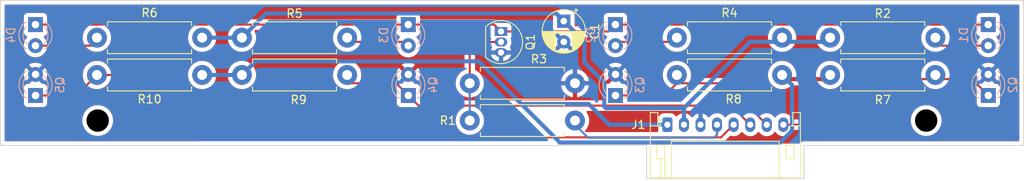
<source format=kicad_pcb>
(kicad_pcb (version 20211014) (generator pcbnew)
  (layers (0 "F.Cu" signal) (31 "B.Cu" signal) (34 "B.Paste" user) (35 "F.Paste" user) (36 "B.SilkS" user "B.Silkscreen") (37 "F.SilkS" user "F.Silkscreen") (38 "B.Mask" user) (39 "F.Mask" user) (44 "Edge.Cuts" user))
  (net 0 "")
  (net 1 "Net-(D1-Pad1)")
  (net 2 "Net-(Q1-Pad2)")
  (net 3 "GND")
  (net 4 "A3")
  (net 5 "A2")
  (net 6 "A1")
  (net 7 "A0")
  (net 8 "+BATT")
  (net 9 "Net-(D1-Pad2)")
  (net 10 "Net-(D2-Pad2)")
  (net 11 "Net-(D3-Pad2)")
  (net 12 "Net-(D4-Pad2)")
  (net 13 "D12")
  (net 14 "+3V3")
  (footprint "Resistor_THT:R_Axial_DIN0411_L9.9mm_D3.6mm_P12.70mm_Horizontal" (layer "F.Cu") (at 125.050177 67.61972)
    (fp_text reference "R2" (at 6.35 -2.92) (layer "F.SilkS"))
    (fp_text value "27R" hide)
    (fp_line (start 1.28 -1.92) (end 11.42 -1.92) (layer "F.SilkS") (width 0.12))
    (fp_line (start 11.42 1.92) (end 11.42 1.44) (layer "F.SilkS") (width 0.12))
    (fp_line (start 11.42 -1.92) (end 11.42 -1.44) (layer "F.SilkS") (width 0.12))
    (fp_line (start 1.28 -1.44) (end 1.28 -1.92) (layer "F.SilkS") (width 0.12))
    (fp_line (start 1.28 1.44) (end 1.28 1.92) (layer "F.SilkS") (width 0.12))
    (fp_line (start 1.28 1.92) (end 11.42 1.92) (layer "F.SilkS") (width 0.12))
    (pad "1" thru_hole circle (at 0 0) (size 2.4 2.4) (drill 1.2) (layers *.Cu *.Mask) (net 8 "+BATT"))
    (pad "2" thru_hole oval (at 12.7 0) (size 2.4 2.4) (drill 1.2) (layers *.Cu *.Mask) (net 9 "Net-(D1-Pad2)"))
  )
  (footprint "Resistor_THT:R_Axial_DIN0411_L9.9mm_D3.6mm_P12.70mm_Horizontal" (layer "F.Cu") (at 125.050177 72.11972)
    (fp_text reference "R7" (at 6.35 3) (layer "F.SilkS"))
    (fp_text value "1.5k" hide)
    (fp_line (start 1.28 1.44) (end 1.28 1.92) (layer "F.SilkS") (width 0.12))
    (fp_line (start 11.42 -1.92) (end 11.42 -1.44) (layer "F.SilkS") (width 0.12))
    (fp_line (start 1.28 -1.92) (end 11.42 -1.92) (layer "F.SilkS") (width 0.12))
    (fp_line (start 1.28 -1.44) (end 1.28 -1.92) (layer "F.SilkS") (width 0.12))
    (fp_line (start 1.28 1.92) (end 11.42 1.92) (layer "F.SilkS") (width 0.12))
    (fp_line (start 11.42 1.92) (end 11.42 1.44) (layer "F.SilkS") (width 0.12))
    (pad "1" thru_hole circle (at 0 0) (size 2.4 2.4) (drill 1.2) (layers *.Cu *.Mask) (net 14 "+3V3"))
    (pad "2" thru_hole oval (at 12.7 0) (size 2.4 2.4) (drill 1.2) (layers *.Cu *.Mask) (net 4 "A3"))
  )
  (footprint "Resistor_THT:R_Axial_DIN0411_L9.9mm_D3.6mm_P12.70mm_Horizontal" (layer "F.Cu") (at 119.250177 72.11972 180)
    (fp_text reference "R8" (at 5.85 -2.92) (layer "F.SilkS"))
    (fp_text value "1.5k" hide)
    (fp_line (start 1.28 1.92) (end 11.42 1.92) (layer "F.SilkS") (width 0.12))
    (fp_line (start 11.42 1.92) (end 11.42 1.44) (layer "F.SilkS") (width 0.12))
    (fp_line (start 1.28 1.44) (end 1.28 1.92) (layer "F.SilkS") (width 0.12))
    (fp_line (start 11.42 -1.92) (end 11.42 -1.44) (layer "F.SilkS") (width 0.12))
    (fp_line (start 1.28 -1.92) (end 11.42 -1.92) (layer "F.SilkS") (width 0.12))
    (fp_line (start 1.28 -1.44) (end 1.28 -1.92) (layer "F.SilkS") (width 0.12))
    (pad "1" thru_hole circle (at 0 0 180) (size 2.4 2.4) (drill 1.2) (layers *.Cu *.Mask) (net 14 "+3V3"))
    (pad "2" thru_hole oval (at 12.7 0 180) (size 2.4 2.4) (drill 1.2) (layers *.Cu *.Mask) (net 5 "A2"))
  )
  (footprint "MountingHole:MountingHole_2.7mm_M2.5" (layer "F.Cu") (at 36.640177 77.61972)
    (fp_text reference "REF**" hide)
    (fp_text value "MountingHole_2.7mm_M2.5" hide)
    (pad "" np_thru_hole circle locked (at 0 0) (size 2.7 2.7) (drill 2.7) (layers *.Mask))
  )
  (footprint "Package_TO_SOT_THT:TO-92_Inline" (layer "F.Cu") (at 85.320821 66.868986 -90)
    (fp_text reference "Q1" (at 1.27 -3.56 90) (layer "F.SilkS"))
    (fp_text value "BC337")
    (fp_line (start -0.53 1.85) (end 3.07 1.85) (layer "F.SilkS") (width 0.12))
    (fp_arc (start -0.568478 1.838478) (mid -1.132087 -0.994977) (end 1.27 -2.6) (layer "F.SilkS") (width 0.12))
    (fp_arc (start 1.27 -2.6) (mid 3.672087 -0.994977) (end 3.108478 1.838478) (layer "F.SilkS") (width 0.12))
    (pad "1" thru_hole rect (at 0 0 270) (size 1.05 1.5) (drill 0.75) (layers *.Cu *.Mask) (net 1 "Net-(D1-Pad1)"))
    (pad "2" thru_hole oval (at 1.27 0 270) (size 1.05 1.5) (drill 0.75) (layers *.Cu *.Mask) (net 2 "Net-(Q1-Pad2)"))
    (pad "3" thru_hole oval (at 2.54 0 270) (size 1.05 1.5) (drill 0.75) (layers *.Cu *.Mask) (net 3 "GND"))
  )
  (footprint "Resistor_THT:R_Axial_DIN0411_L9.9mm_D3.6mm_P12.70mm_Horizontal" (layer "F.Cu") (at 81.550177 73.11972)
    (fp_text reference "R3" (at 8.35 -2.92) (layer "F.SilkS"))
    (fp_text value "10k" hide)
    (fp_line (start 1.28 1.92) (end 11.42 1.92) (layer "F.SilkS") (width 0.12))
    (fp_line (start 11.42 1.92) (end 11.42 1.44) (layer "F.SilkS") (width 0.12))
    (fp_line (start 1.28 -1.44) (end 1.28 -1.92) (layer "F.SilkS") (width 0.12))
    (fp_line (start 1.28 -1.92) (end 11.42 -1.92) (layer "F.SilkS") (width 0.12))
    (fp_line (start 11.42 -1.92) (end 11.42 -1.44) (layer "F.SilkS") (width 0.12))
    (fp_line (start 1.28 1.44) (end 1.28 1.92) (layer "F.SilkS") (width 0.12))
    (pad "1" thru_hole circle (at 0 0) (size 2.4 2.4) (drill 1.2) (layers *.Cu *.Mask) (net 2 "Net-(Q1-Pad2)"))
    (pad "2" thru_hole oval (at 12.7 0) (size 2.4 2.4) (drill 1.2) (layers *.Cu *.Mask) (net 3 "GND"))
  )
  (footprint "Resistor_THT:R_Axial_DIN0411_L9.9mm_D3.6mm_P12.70mm_Horizontal" (layer "F.Cu") (at 94.250177 77.61972 180)
    (fp_text reference "R1" (at 15.35 0) (layer "F.SilkS"))
    (fp_text value "270R" hide)
    (fp_line (start 1.28 1.92) (end 11.42 1.92) (layer "F.SilkS") (width 0.12))
    (fp_line (start 11.42 1.92) (end 11.42 1.44) (layer "F.SilkS") (width 0.12))
    (fp_line (start 11.42 -1.92) (end 11.42 -1.44) (layer "F.SilkS") (width 0.12))
    (fp_line (start 1.28 1.44) (end 1.28 1.92) (layer "F.SilkS") (width 0.12))
    (fp_line (start 1.28 -1.44) (end 1.28 -1.92) (layer "F.SilkS") (width 0.12))
    (fp_line (start 1.28 -1.92) (end 11.42 -1.92) (layer "F.SilkS") (width 0.12))
    (pad "1" thru_hole circle (at 0 0 180) (size 2.4 2.4) (drill 1.2) (layers *.Cu *.Mask) (net 13 "D12"))
    (pad "2" thru_hole oval (at 12.7 0 180) (size 2.4 2.4) (drill 1.2) (layers *.Cu *.Mask) (net 2 "Net-(Q1-Pad2)"))
  )
  (footprint "Resistor_THT:R_Axial_DIN0411_L9.9mm_D3.6mm_P12.70mm_Horizontal" (layer "F.Cu") (at 54.050177 72.11972)
    (fp_text reference "R9" (at 6.85 3) (layer "F.SilkS"))
    (fp_text value "1.5k" hide)
    (fp_line (start 1.28 1.44) (end 1.28 1.92) (layer "F.SilkS") (width 0.12))
    (fp_line (start 11.42 1.92) (end 11.42 1.44) (layer "F.SilkS") (width 0.12))
    (fp_line (start 11.42 -1.92) (end 11.42 -1.44) (layer "F.SilkS") (width 0.12))
    (fp_line (start 1.28 -1.92) (end 11.42 -1.92) (layer "F.SilkS") (width 0.12))
    (fp_line (start 1.28 -1.44) (end 1.28 -1.92) (layer "F.SilkS") (width 0.12))
    (fp_line (start 1.28 1.92) (end 11.42 1.92) (layer "F.SilkS") (width 0.12))
    (pad "1" thru_hole circle (at 0 0) (size 2.4 2.4) (drill 1.2) (layers *.Cu *.Mask) (net 14 "+3V3"))
    (pad "2" thru_hole oval (at 12.7 0) (size 2.4 2.4) (drill 1.2) (layers *.Cu *.Mask) (net 6 "A1"))
  )
  (footprint "MountingHole:MountingHole_2.7mm_M2.5" (layer "F.Cu") (at 136.640177 77.61972)
    (fp_text reference "REF**" hide)
    (fp_text value "MountingHole_2.7mm_M2.5" hide)
    (pad "" np_thru_hole circle locked (at 0 0) (size 2.7 2.7) (drill 2.7) (layers *.Mask))
  )
  (footprint "Connector_JST:JST_PH_S8B-PH-K_1x08_P2.00mm_Horizontal" (layer "F.Cu") (at 105.400177 78.11972)
    (fp_text reference "J1" (at -3.5 0) (layer "F.SilkS"))
    (fp_text value "Conn_01x08_Male" hide)
    (fp_line (start -0.3 4.1) (end -0.3 6.36) (layer "F.SilkS") (width 0.12))
    (fp_line (start 14.3 4.1) (end 14.3 2.5) (layer "F.SilkS") (width 0.12))
    (fp_line (start 16.06 6.36) (end 16.06 -1.46) (layer "F.SilkS") (width 0.12))
    (fp_line (start -0.3 2.5) (end -1.3 2.5) (layer "F.SilkS") (width 0.12))
    (fp_line (start 13.5 2) (end 13.5 6.36) (layer "F.SilkS") (width 0.12))
    (fp_line (start -1.14 0.14) (end -1.14 -1.46) (layer "F.SilkS") (width 0.12))
    (fp_line (start -2.06 6.36) (end 16.06 6.36) (layer "F.SilkS") (width 0.12))
    (fp_line (start -2.06 -1.46) (end -2.06 6.36) (layer "F.SilkS") (width 0.12))
    (fp_line (start -0.8 4.1) (end -0.8 6.36) (layer "F.SilkS") (width 0.12))
    (fp_line (start 14.3 2.5) (end 15.3 2.5) (layer "F.SilkS") (width 0.12))
    (fp_line (start 15.3 4.1) (end 14.3 4.1) (layer "F.SilkS") (width 0.12))
    (fp_line (start 16.06 0.14) (end 15.14 0.14) (layer "F.SilkS") (width 0.12))
    (fp_line (start 15.14 -1.46) (end 15.14 0.14) (layer "F.SilkS") (width 0.12))
    (fp_line (start -0.3 4.1) (end -0.3 2.5) (layer "F.SilkS") (width 0.12))
    (fp_line (start -0.86 0.14) (end -0.86 -1.075) (layer "F.SilkS") (width 0.12))
    (fp_line (start -1.3 4.1) (end -0.3 4.1) (layer "F.SilkS") (width 0.12))
    (fp_line (start -1.14 -1.46) (end -2.06 -1.46) (layer "F.SilkS") (width 0.12))
    (fp_line (start 16.06 -1.46) (end 15.14 -1.46) (layer "F.SilkS") (width 0.12))
    (fp_line (start -0.86 0.14) (end -1.14 0.14) (layer "F.SilkS") (width 0.12))
    (fp_line (start 15.14 0.14) (end 14.86 0.14) (layer "F.SilkS") (width 0.12))
    (fp_line (start -2.06 0.14) (end -1.14 0.14) (layer "F.SilkS") (width 0.12))
    (fp_line (start 0.5 2) (end 13.5 2) (layer "F.SilkS") (width 0.12))
    (fp_line (start 15.3 2.5) (end 15.3 4.1) (layer "F.SilkS") (width 0.12))
    (fp_line (start -1.3 2.5) (end -1.3 4.1) (layer "F.SilkS") (width 0.12))
    (fp_line (start 0.5 6.36) (end 0.5 2) (layer "F.SilkS") (width 0.12))
    (pad "1" thru_hole roundrect (at 0 0) (size 1.2 1.75) (drill 0.75) (layers *.Cu *.Mask) (roundrect_rratio 0.2083333333) (net 14 "+3V3"))
    (pad "2" thru_hole oval (at 2 0) (size 1.2 1.75) (drill 0.75) (layers *.Cu *.Mask) (net 8 "+BATT"))
    (pad "3" thru_hole oval (at 4 0) (size 1.2 1.75) (drill 0.75) (layers *.Cu *.Mask) (net 3 "GND"))
    (pad "4" thru_hole oval (at 6 0) (size 1.2 1.75) (drill 0.75) (layers *.Cu *.Mask) (net 13 "D12"))
    (pad "5" thru_hole oval (at 8 0) (size 1.2 1.75) (drill 0.75) (layers *.Cu *.Mask) (net 7 "A0"))
    (pad "6" thru_hole oval (at 10 0) (size 1.2 1.75) (drill 0.75) (layers *.Cu *.Mask) (net 6 "A1"))
    (pad "7" thru_hole oval (at 12 0) (size 1.2 1.75) (drill 0.75) (layers *.Cu *.Mask) (net 5 "A2"))
    (pad "8" thru_hole oval (at 14 0) (size 1.2 1.75) (drill 0.75) (layers *.Cu *.Mask) (net 4 "A3"))
  )
  (footprint "Resistor_THT:R_Axial_DIN0411_L9.9mm_D3.6mm_P12.70mm_Horizontal" (layer "F.Cu") (at 54.050177 67.61972)
    (fp_text reference "R5" (at 6.35 -2.92) (layer "F.SilkS"))
    (fp_text value "27R" hide)
    (fp_line (start 11.42 1.92) (end 11.42 1.44) (layer "F.SilkS") (width 0.12))
    (fp_line (start 1.28 1.92) (end 11.42 1.92) (layer "F.SilkS") (width 0.12))
    (fp_line (start 1.28 -1.44) (end 1.28 -1.92) (layer "F.SilkS") (width 0.12))
    (fp_line (start 11.42 -1.92) (end 11.42 -1.44) (layer "F.SilkS") (width 0.12))
    (fp_line (start 1.28 1.44) (end 1.28 1.92) (layer "F.SilkS") (width 0.12))
    (fp_line (start 1.28 -1.92) (end 11.42 -1.92) (layer "F.SilkS") (width 0.12))
    (pad "1" thru_hole circle (at 0 0) (size 2.4 2.4) (drill 1.2) (layers *.Cu *.Mask) (net 8 "+BATT"))
    (pad "2" thru_hole oval (at 12.7 0) (size 2.4 2.4) (drill 1.2) (layers *.Cu *.Mask) (net 11 "Net-(D3-Pad2)"))
  )
  (footprint "Resistor_THT:R_Axial_DIN0411_L9.9mm_D3.6mm_P12.70mm_Horizontal" (layer "F.Cu") (at 49.250177 72.11972 180)
    (fp_text reference "R10" (at 6.35 -2.92) (layer "F.SilkS"))
    (fp_text value "1.5k" hide)
    (fp_line (start 11.42 1.92) (end 11.42 1.44) (layer "F.SilkS") (width 0.12))
    (fp_line (start 11.42 -1.92) (end 11.42 -1.44) (layer "F.SilkS") (width 0.12))
    (fp_line (start 1.28 1.92) (end 11.42 1.92) (layer "F.SilkS") (width 0.12))
    (fp_line (start 1.28 -1.92) (end 11.42 -1.92) (layer "F.SilkS") (width 0.12))
    (fp_line (start 1.28 1.44) (end 1.28 1.92) (layer "F.SilkS") (width 0.12))
    (fp_line (start 1.28 -1.44) (end 1.28 -1.92) (layer "F.SilkS") (width 0.12))
    (pad "1" thru_hole circle (at 0 0 180) (size 2.4 2.4) (drill 1.2) (layers *.Cu *.Mask) (net 14 "+3V3"))
    (pad "2" thru_hole oval (at 12.7 0 180) (size 2.4 2.4) (drill 1.2) (layers *.Cu *.Mask) (net 7 "A0"))
  )
  (footprint "Capacitor_THT:CP_Radial_D5.0mm_P2.50mm" (layer "F.Cu") (at 92.900177 65.61972 -90)
    (fp_text reference "C1" (at 1.25 -3.75 90) (layer "F.SilkS"))
    (fp_text value "100uF")
    (fp_line (start -1.554775 -1.475) (end -1.054775 -1.475) (layer "F.SilkS") (width 0.12))
    (fp_line (start 3.011 -1.901) (end 3.011 -1.04) (layer "F.SilkS") (width 0.12))
    (fp_line (start 2.091 -2.442) (end 2.091 -1.04) (layer "F.SilkS") (width 0.12))
    (fp_line (start 3.291 -1.605) (end 3.291 -1.04) (layer "F.SilkS") (width 0.12))
    (fp_line (start 3.491 -1.319) (end 3.491 -1.04) (layer "F.SilkS") (width 0.12))
    (fp_line (start 2.571 1.04) (end 2.571 2.224) (layer "F.SilkS") (width 0.12))
    (fp_line (start 2.451 -2.29) (end 2.451 -1.04) (layer "F.SilkS") (width 0.12))
    (fp_line (start 3.771 -0.677) (end 3.771 0.677) (layer "F.SilkS") (width 0.12))
    (fp_line (start 2.611 -2.2) (end 2.611 -1.04) (layer "F.SilkS") (width 0.12))
    (fp_line (start 2.051 1.04) (end 2.051 2.455) (layer "F.SilkS") (width 0.12))
    (fp_line (start 1.73 1.04) (end 1.73 2.536) (layer "F.SilkS") (width 0.12))
    (fp_line (start 3.211 1.04) (end 3.211 1.699) (layer "F.SilkS") (width 0.12))
    (fp_line (start 3.331 -1.554) (end 3.331 -1.04) (layer "F.SilkS") (width 0.12))
    (fp_line (start 2.931 1.04) (end 2.931 1.971) (layer "F.SilkS") (width 0.12))
    (fp_line (start 1.85 1.04) (end 1.85 2.511) (layer "F.SilkS") (width 0.12))
    (fp_line (start 3.251 1.04) (end 3.251 1.653) (layer "F.SilkS") (width 0.12))
    (fp_line (start -1.304775 -1.725) (end -1.304775 -1.225) (layer "F.SilkS") (width 0.12))
    (fp_line (start 2.811 -2.065) (end 2.811 -1.04) (layer "F.SilkS") (width 0.12))
    (fp_line (start 1.49 -2.569) (end 1.49 -1.04) (layer "F.SilkS") (width 0.12))
    (fp_line (start 2.931 -1.971) (end 2.931 -1.04) (layer "F.SilkS") (width 0.12))
    (fp_line (start 2.171 -2.414) (end 2.171 -1.04) (layer "F.SilkS") (width 0.12))
    (fp_line (start 2.851 -2.035) (end 2.851 -1.04) (layer "F.SilkS") (width 0.12))
    (fp_line (start 3.251 -1.653) (end 3.251 -1.04) (layer "F.SilkS") (width 0.12))
    (fp_line (start 2.691 1.04) (end 2.691 2.149) (layer "F.SilkS") (width 0.12))
    (fp_line (start 3.851 -0.284) (end 3.851 0.284) (layer "F.SilkS") (width 0.12))
    (fp_line (start 2.251 -2.382) (end 2.251 -1.04) (layer "F.SilkS") (width 0.12))
    (fp_line (start 3.091 1.04) (end 3.091 1.826) (layer "F.SilkS") (width 0.12))
    (fp_line (start 1.971 -2.48) (end 1.971 -1.04) (layer "F.SilkS") (width 0.12))
    (fp_line (start 3.051 1.04) (end 3.051 1.864) (layer "F.SilkS") (width 0.12))
    (fp_line (start 3.531 1.04) (end 3.531 1.251) (layer "F.SilkS") (width 0.12))
    (fp_line (start 1.93 1.04) (end 1.93 2.491) (layer "F.SilkS") (width 0.12))
    (fp_line (start 3.571 -1.178) (end 3.571 1.178) (layer "F.SilkS") (width 0.12))
    (fp_line (start 2.531 -2.247) (end 2.531 -1.04) (layer "F.SilkS") (width 0.12))
    (fp_line (start 2.451 1.04) (end 2.451 2.29) (layer "F.SilkS") (width 0.12))
    (fp_line (start 2.331 -2.348) (end 2.331 -1.04) (layer "F.SilkS") (width 0.12))
    (fp_line (start 1.61 1.04) (end 1.61 2.556) (layer "F.SilkS") (width 0.12))
    (fp_line (start 3.291 1.04) (end 3.291 1.605) (layer "F.SilkS") (width 0.12))
    (fp_line (start 2.891 1.04) (end 2.891 2.004) (layer "F.SilkS") (width 0.12))
    (fp_line (start 2.891 -2.004) (end 2.891 -1.04) (layer "F.SilkS") (width 0.12))
    (fp_line (start 3.171 -1.743) (end 3.171 -1.04) (layer "F.SilkS") (width 0.12))
    (fp_line (start 3.411 1.04) (end 3.411 1.443) (layer "F.SilkS") (width 0.12))
    (fp_line (start 2.331 1.04) (end 2.331 2.348) (layer "F.SilkS") (width 0.12))
    (fp_line (start 1.53 -2.565) (end 1.53 -1.04) (layer "F.SilkS") (width 0.12))
    (fp_line (start 1.49 1.04) (end 1.49 2.569) (layer "F.SilkS") (width 0.12))
    (fp_line (start 2.251 1.04) (end 2.251 2.382) (layer "F.SilkS") (width 0.12))
    (fp_line (start 1.53 1.04) (end 1.53 2.565) (layer "F.SilkS") (width 0.12))
    (fp_line (start 2.091 1.04) (end 2.091 2.442) (layer "F.SilkS") (width 0.12))
    (fp_line (start 1.25 -2.58) (end 1.25 2.58) (layer "F.SilkS") (width 0.12))
    (fp_line (start 2.171 1.04) (end 2.171 2.414) (layer "F.SilkS") (width 0.12))
    (fp_line (start 2.131 -2.428) (end 2.131 -1.04) (layer "F.SilkS") (width 0.12))
    (fp_line (start 2.651 1.04) (end 2.651 2.175) (layer "F.SilkS") (width 0.12))
    (fp_line (start 3.651 -1.011) (end 3.651 1.011) (layer "F.SilkS") (width 0.12))
    (fp_line (start 3.131 -1.785) (end 3.131 -1.04) (layer "F.SilkS") (width 0.12))
    (fp_line (start 3.171 1.04) (end 3.171 1.743) (layer "F.SilkS") (width 0.12))
    (fp_line (start 2.691 -2.149) (end 2.691 -1.04) (layer "F.SilkS") (width 0.12))
    (fp_line (start 2.531 1.04) (end 2.531 2.247) (layer "F.SilkS") (width 0.12))
    (fp_line (start 1.81 1.04) (end 1.81 2.52) (layer "F.SilkS") (width 0.12))
    (fp_line (start 3.371 1.04) (end 3.371 1.5) (layer "F.SilkS") (width 0.12))
    (fp_line (start 2.771 -2.095) (end 2.771 -1.04) (layer "F.SilkS") (width 0.12))
    (fp_line (start 3.131 1.04) (end 3.131 1.785) (layer "F.SilkS") (width 0.12))
    (fp_line (start 3.811 -0.518) (end 3.811 0.518) (layer "F.SilkS") (width 0.12))
    (fp_line (start 2.371 -2.329) (end 2.371 -1.04) (layer "F.SilkS") (width 0.12))
    (fp_line (start 2.411 -2.31) (end 2.411 -1.04) (layer "F.SilkS") (width 0.12))
    (fp_line (start 3.451 1.04) (end 3.451 1.383) (layer "F.SilkS") (width 0.12))
    (fp_line (start 1.89 -2.501) (end 1.89 -1.04) (layer "F.SilkS") (width 0.12))
    (fp_line (start 1.65 -2.55) (end 1.65 -1.04) (layer "F.SilkS") (width 0.12))
    (fp_line (start 3.731 -0.805) (end 3.731 0.805) (layer "F.SilkS") (width 0.12))
    (fp_line (start 2.291 1.04) (end 2.291 2.365) (layer "F.SilkS") (width 0.12))
    (fp_line (start 2.611 1.04) (end 2.611 2.2) (layer "F.SilkS") (width 0.12))
    (fp_line (start 3.331 1.04) (end 3.331 1.554) (layer "F.SilkS") (width 0.12))
    (fp_line (start 3.211 -1.699) (end 3.211 -1.04) (layer "F.SilkS") (width 0.12))
    (fp_line (start 1.77 1.04) (end 1.77 2.528) (layer "F.SilkS") (width 0.12))
    (fp_line (start 1.81 -2.52) (end 1.81 -1.04) (layer "F.SilkS") (width 0.12))
    (fp_line (start 2.011 -2.468) (end 2.011 -1.04) (layer "F.SilkS") (width 0.12))
    (fp_line (start 2.371 1.04) (end 2.371 2.329) (layer "F.SilkS") (width 0.12))
    (fp_line (start 2.291 -2.365) (end 2.291 -1.04) (layer "F.SilkS") (width 0.12))
    (fp_line (start 3.371 -1.5) (end 3.371 -1.04) (layer "F.SilkS") (width 0.12))
    (fp_line (start 1.57 -2.561) (end 1.57 -1.04) (layer "F.SilkS") (width 0.12))
    (fp_line (start 2.411 1.04) (end 2.411 2.31) (layer "F.SilkS") (width 0.12))
    (fp_line (start 2.491 1.04) (end 2.491 2.268) (layer "F.SilkS") (width 0.12))
    (fp_line (start 3.611 -1.098) (end 3.611 1.098) (layer "F.SilkS") (width 0.12))
    (fp_line (start 2.131 1.04) (end 2.131 2.428) (layer "F.SilkS") (width 0.12))
    (fp_line (start 1.971 1.04) (end 1.971 2.48) (layer "F.SilkS") (width 0.12))
    (fp_line (start 3.491 1.04) (end 3.491 1.319) (layer "F.SilkS") (width 0.12))
    (fp_line (start 1.93 -2.491) (end 1.93 -1.04) (layer "F.SilkS") (width 0.12))
    (fp_line (start 3.451 -1.383) (end 3.451 -1.04) (layer "F.SilkS") (width 0.12))
    (fp_line (start 1.45 -2.573) (end 1.45 2.573) (layer "F.SilkS") (width 0.12))
    (fp_line (start 2.971 -1.937) (end 2.971 -1.04) (layer "F.SilkS") (width 0.12))
    (fp_line (start 3.411 -1.443) (end 3.411 -1.04) (layer "F.SilkS") (width 0.12))
    (fp_line (start 2.731 -2.122) (end 2.731 -1.04) (layer "F.SilkS") (width 0.12))
    (fp_line (start 3.691 -0.915) (end 3.691 0.915) (layer "F.SilkS") (width 0.12))
    (fp_line (start 2.771 1.04) (end 2.771 2.095) (layer "F.SilkS") (width 0.12))
    (fp_line (start 1.37 -2.578) (end 1.37 2.578) (layer "F.SilkS") (width 0.12))
    (fp_line (start 2.971 1.04) (end 2.971 1.937) (layer "F.SilkS") (width 0.12))
    (fp_line (start 2.651 -2.175) (end 2.651 -1.04) (layer "F.SilkS") (width 0.12))
    (fp_line (start 2.571 -2.224) (end 2.571 -1.04) (layer "F.SilkS") (width 0.12))
    (fp_line (start 2.811 1.04) (end 2.811 2.065) (layer "F.SilkS") (width 0.12))
    (fp_line (start 2.211 -2.398) (end 2.211 -1.04) (layer "F.SilkS") (width 0.12))
    (fp_line (start 1.29 -2.58) (end 1.29 2.58) (layer "F.SilkS") (width 0.12))
    (fp_line (start 1.61 -2.556) (end 1.61 -1.04) (layer "F.SilkS") (width 0.12))
    (fp_line (start 2.011 1.04) (end 2.011 2.468) (layer "F.SilkS") (width 0.12))
    (fp_line (start 2.731 1.04) (end 2.731 2.122) (layer "F.SilkS") (width 0.12))
    (fp_line (start 2.211 1.04) (end 2.211 2.398) (layer "F.SilkS") (width 0.12))
    (fp_line (start 3.051 -1.864) (end 3.051 -1.04) (layer "F.SilkS") (width 0.12))
    (fp_line (start 3.531 -1.251) (end 3.531 -1.04) (layer "F.SilkS") (width 0.12))
    (fp_line (start 1.69 1.04) (end 1.69 2.543) (layer "F.SilkS") (width 0.12))
    (fp_line (start 1.65 1.04) (end 1.65 2.55) (layer "F.SilkS") (width 0.12))
    (fp_line (start 1.41 -2.576) (end 1.41 2.576) (layer "F.SilkS") (width 0.12))
    (fp_line (start 3.011 1.04) (end 3.011 1.901) (layer "F.SilkS") (width 0.12))
    (fp_line (start 1.77 -2.528) (end 1.77 -1.04) (layer "F.SilkS") (width 0.12))
    (fp_line (start 2.491 -2.268) (end 2.491 -1.04) (layer "F.SilkS") (width 0.12))
    (fp_line (start 1.89 1.04) (end 1.89 2.501) (layer "F.SilkS") (width 0.12))
    (fp_line (start 1.85 -2.511) (end 1.85 -1.04) (layer "F.SilkS") (width 0.12))
    (fp_line (start 1.33 -2.579) (end 1.33 2.579) (layer "F.SilkS") (width 0.12))
    (fp_line (start 1.57 1.04) (end 1.57 2.561) (layer "F.SilkS") (width 0.12))
    (fp_line (start 2.851 1.04) (end 2.851 2.035) (layer "F.SilkS") (width 0.12))
    (fp_line (start 2.051 -2.455) (end 2.051 -1.04) (layer "F.SilkS") (width 0.12))
    (fp_line (start 1.73 -2.536) (end 1.73 -1.04) (layer "F.SilkS") (width 0.12))
    (fp_line (start 1.69 -2.543) (end 1.69 -1.04) (layer "F.SilkS") (width 0.12))
    (fp_line (start 3.091 -1.826) (end 3.091 -1.04) (layer "F.SilkS") (width 0.12))
    (fp_circle (center 1.25 0) (end 3.87 0) (layer "F.SilkS") (width 0.12) (fill none))
    (pad "1" thru_hole rect (at 0 0 270) (size 1.6 1.6) (drill 0.8) (layers *.Cu *.Mask) (net 8 "+BATT"))
    (pad "2" thru_hole circle (at 2.5 0 270) (size 1.6 1.6) (drill 0.8) (layers *.Cu *.Mask) (net 3 "GND"))
  )
  (footprint "Resistor_THT:R_Axial_DIN0411_L9.9mm_D3.6mm_P12.70mm_Horizontal" (layer "F.Cu") (at 49.250177 67.61972 180)
    (fp_text reference "R6" (at 6.35 3) (layer "F.SilkS"))
    (fp_text value "27R" hide)
    (fp_line (start 1.28 1.44) (end 1.28 1.92) (layer "F.SilkS") (width 0.12))
    (fp_line (start 1.28 -1.92) (end 11.42 -1.92) (layer "F.SilkS") (width 0.12))
    (fp_line (start 11.42 -1.92) (end 11.42 -1.44) (layer "F.SilkS") (width 0.12))
    (fp_line (start 1.28 -1.44) (end 1.28 -1.92) (layer "F.SilkS") (width 0.12))
    (fp_line (start 1.28 1.92) (end 11.42 1.92) (layer "F.SilkS") (width 0.12))
    (fp_line (start 11.42 1.92) (end 11.42 1.44) (layer "F.SilkS") (width 0.12))
    (pad "1" thru_hole circle (at 0 0 180) (size 2.4 2.4) (drill 1.2) (layers *.Cu *.Mask) (net 8 "+BATT"))
    (pad "2" thru_hole oval (at 12.7 0 180) (size 2.4 2.4) (drill 1.2) (layers *.Cu *.Mask) (net 12 "Net-(D4-Pad2)"))
  )
  (footprint "Resistor_THT:R_Axial_DIN0411_L9.9mm_D3.6mm_P12.70mm_Horizontal" (layer "F.Cu") (at 119.250177 67.61972 180)
    (fp_text reference "R4" (at 6.35 3) (layer "F.SilkS"))
    (fp_text value "27R" hide)
    (fp_line (start 1.28 -1.92) (end 11.42 -1.92) (layer "F.SilkS") (width 0.12))
    (fp_line (start 1.28 -1.44) (end 1.28 -1.92) (layer "F.SilkS") (width 0.12))
    (fp_line (start 11.42 -1.92) (end 11.42 -1.44) (layer "F.SilkS") (width 0.12))
    (fp_line (start 1.28 1.92) (end 11.42 1.92) (layer "F.SilkS") (width 0.12))
    (fp_line (start 11.42 1.92) (end 11.42 1.44) (layer "F.SilkS") (width 0.12))
    (fp_line (start 1.28 1.44) (end 1.28 1.92) (layer "F.SilkS") (width 0.12))
    (pad "1" thru_hole circle (at 0 0 180) (size 2.4 2.4) (drill 1.2) (layers *.Cu *.Mask) (net 8 "+BATT"))
    (pad "2" thru_hole oval (at 12.7 0 180) (size 2.4 2.4) (drill 1.2) (layers *.Cu *.Mask) (net 10 "Net-(D2-Pad2)"))
  )
  (footprint "LED_THT:LED_D3.0mm_Clear" (layer "B.Cu") (at 144.139999 74.59287 90)
    (fp_text reference "Q2" (at 1.27 2.96 90) (layer "B.SilkS") (effects (justify mirror)))
    (fp_text value "SFH309")
    (fp_line (start -0.29 1.236) (end -0.29 1.08) (layer "B.SilkS") (width 0.12))
    (fp_line (start -0.29 -1.08) (end -0.29 -1.236) (layer "B.SilkS") (width 0.12))
    (fp_arc (start -0.29 -1.235516) (mid 1.366487 -1.987659) (end 2.942335 -1.078608) (layer "B.SilkS") (width 0.12))
    (fp_arc (start 0.229039 -1.08) (mid 1.270117 -1.5) (end 2.31113 -1.079837) (layer "B.SilkS") (width 0.12))
    (fp_arc (start 2.31113 1.079837) (mid 1.270117 1.5) (end 0.229039 1.08) (layer "B.SilkS") (width 0.12))
    (fp_arc (start 2.942335 1.078608) (mid 1.366487 1.987659) (end -0.29 1.235516) (layer "B.SilkS") (width 0.12))
    (pad "1" thru_hole rect (at 0 0 90) (size 1.8 1.8) (drill 0.9) (layers *.Cu *.Mask) (net 4 "A3"))
    (pad "2" thru_hole circle (at 2.54 0 90) (size 1.8 1.8) (drill 0.9) (layers *.Cu *.Mask) (net 3 "GND"))
  )
  (footprint "LED_THT:LED_D3.0mm_Clear" (layer "B.Cu") (at 99.130176 66.04 -90)
    (fp_text reference "D2" (at 1.27 2.96 90) (layer "B.SilkS") (effects (justify mirror)))
    (fp_text value "LED")
    (fp_line (start -0.29 -1.08) (end -0.29 -1.236) (layer "B.SilkS") (width 0.12))
    (fp_line (start -0.29 1.236) (end -0.29 1.08) (layer "B.SilkS") (width 0.12))
    (fp_arc (start 2.942335 1.078608) (mid 1.366487 1.987659) (end -0.29 1.235516) (layer "B.SilkS") (width 0.12))
    (fp_arc (start 0.229039 -1.08) (mid 1.270117 -1.5) (end 2.31113 -1.079837) (layer "B.SilkS") (width 0.12))
    (fp_arc (start 2.31113 1.079837) (mid 1.270117 1.5) (end 0.229039 1.08) (layer "B.SilkS") (width 0.12))
    (fp_arc (start -0.29 -1.235516) (mid 1.366487 -1.987659) (end 2.942335 -1.078608) (layer "B.SilkS") (width 0.12))
    (pad "1" thru_hole rect (at 0 0 270) (size 1.8 1.8) (drill 0.9) (layers *.Cu *.Mask) (net 1 "Net-(D1-Pad1)"))
    (pad "2" thru_hole circle (at 2.54 0 270) (size 1.8 1.8) (drill 0.9) (layers *.Cu *.Mask) (net 10 "Net-(D2-Pad2)"))
  )
  (footprint "LED_THT:LED_D3.0mm_Clear" (layer "B.Cu") (at 29.130176 66.04 -90)
    (fp_text reference "D4" (at 1.27 2.96 90) (layer "B.SilkS") (effects (justify mirror)))
    (fp_text value "LED")
    (fp_line (start -0.29 1.236) (end -0.29 1.08) (layer "B.SilkS") (width 0.12))
    (fp_line (start -0.29 -1.08) (end -0.29 -1.236) (layer "B.SilkS") (width 0.12))
    (fp_arc (start 2.31113 1.079837) (mid 1.270117 1.5) (end 0.229039 1.08) (layer "B.SilkS") (width 0.12))
    (fp_arc (start 0.229039 -1.08) (mid 1.270117 -1.5) (end 2.31113 -1.079837) (layer "B.SilkS") (width 0.12))
    (fp_arc (start 2.942335 1.078608) (mid 1.366487 1.987659) (end -0.29 1.235516) (layer "B.SilkS") (width 0.12))
    (fp_arc (start -0.29 -1.235516) (mid 1.366487 -1.987659) (end 2.942335 -1.078608) (layer "B.SilkS") (width 0.12))
    (pad "1" thru_hole rect (at 0 0 270) (size 1.8 1.8) (drill 0.9) (layers *.Cu *.Mask) (net 1 "Net-(D1-Pad1)"))
    (pad "2" thru_hole circle (at 2.54 0 270) (size 1.8 1.8) (drill 0.9) (layers *.Cu *.Mask) (net 12 "Net-(D4-Pad2)"))
  )
  (footprint "LED_THT:LED_D3.0mm_Clear" (layer "B.Cu") (at 74.139999 74.59287 90)
    (fp_text reference "Q4" (at 1.27 2.96 90) (layer "B.SilkS") (effects (justify mirror)))
    (fp_text value "SFH309")
    (fp_line (start -0.29 -1.08) (end -0.29 -1.236) (layer "B.SilkS") (width 0.12))
    (fp_line (start -0.29 1.236) (end -0.29 1.08) (layer "B.SilkS") (width 0.12))
    (fp_arc (start -0.29 -1.235516) (mid 1.366487 -1.987659) (end 2.942335 -1.078608) (layer "B.SilkS") (width 0.12))
    (fp_arc (start 0.229039 -1.08) (mid 1.270117 -1.5) (end 2.31113 -1.079837) (layer "B.SilkS") (width 0.12))
    (fp_arc (start 2.942335 1.078608) (mid 1.366487 1.987659) (end -0.29 1.235516) (layer "B.SilkS") (width 0.12))
    (fp_arc (start 2.31113 1.079837) (mid 1.270117 1.5) (end 0.229039 1.08) (layer "B.SilkS") (width 0.12))
    (pad "1" thru_hole rect (at 0 0 90) (size 1.8 1.8) (drill 0.9) (layers *.Cu *.Mask) (net 6 "A1"))
    (pad "2" thru_hole circle (at 2.54 0 90) (size 1.8 1.8) (drill 0.9) (layers *.Cu *.Mask) (net 3 "GND"))
  )
  (footprint "LED_THT:LED_D3.0mm_Clear" (layer "B.Cu") (at 144.130176 66.04 -90)
    (fp_text reference "D1" (at 1.27 2.96 90) (layer "B.SilkS") (effects (justify mirror)))
    (fp_text value "LED")
    (fp_line (start -0.29 -1.08) (end -0.29 -1.236) (layer "B.SilkS") (width 0.12))
    (fp_line (start -0.29 1.236) (end -0.29 1.08) (layer "B.SilkS") (width 0.12))
    (fp_arc (start 2.31113 1.079837) (mid 1.270117 1.5) (end 0.229039 1.08) (layer "B.SilkS") (width 0.12))
    (fp_arc (start 0.229039 -1.08) (mid 1.270117 -1.5) (end 2.31113 -1.079837) (layer "B.SilkS") (width 0.12))
    (fp_arc (start 2.942335 1.078608) (mid 1.366487 1.987659) (end -0.29 1.235516) (layer "B.SilkS") (width 0.12))
    (fp_arc (start -0.29 -1.235516) (mid 1.366487 -1.987659) (end 2.942335 -1.078608) (layer "B.SilkS") (width 0.12))
    (pad "1" thru_hole rect (at 0 0 270) (size 1.8 1.8) (drill 0.9) (layers *.Cu *.Mask) (net 1 "Net-(D1-Pad1)"))
    (pad "2" thru_hole circle (at 2.54 0 270) (size 1.8 1.8) (drill 0.9) (layers *.Cu *.Mask) (net 9 "Net-(D1-Pad2)"))
  )
  (footprint "LED_THT:LED_D3.0mm_Clear" (layer "B.Cu") (at 99.139999 74.59287 90)
    (fp_text reference "Q3" (at 1.27 2.96 90) (layer "B.SilkS") (effects (justify mirror)))
    (fp_text value "SFH309")
    (fp_line (start -0.29 -1.08) (end -0.29 -1.236) (layer "B.SilkS") (width 0.12))
    (fp_line (start -0.29 1.236) (end -0.29 1.08) (layer "B.SilkS") (width 0.12))
    (fp_arc (start 0.229039 -1.08) (mid 1.270117 -1.5) (end 2.31113 -1.079837) (layer "B.SilkS") (width 0.12))
    (fp_arc (start 2.942335 1.078608) (mid 1.366487 1.987659) (end -0.29 1.235516) (layer "B.SilkS") (width 0.12))
    (fp_arc (start -0.29 -1.235516) (mid 1.366487 -1.987659) (end 2.942335 -1.078608) (layer "B.SilkS") (width 0.12))
    (fp_arc (start 2.31113 1.079837) (mid 1.270117 1.5) (end 0.229039 1.08) (layer "B.SilkS") (width 0.12))
    (pad "1" thru_hole rect (at 0 0 90) (size 1.8 1.8) (drill 0.9) (layers *.Cu *.Mask) (net 5 "A2"))
    (pad "2" thru_hole circle (at 2.54 0 90) (size 1.8 1.8) (drill 0.9) (layers *.Cu *.Mask) (net 3 "GND"))
  )
  (footprint "LED_THT:LED_D3.0mm_Clear" (layer "B.Cu") (at 74.130176 66.04 -90)
    (fp_text reference "D3" (at 1.27 2.96 90) (layer "B.SilkS") (effects (justify mirror)))
    (fp_text value "LED")
    (fp_line (start -0.29 1.236) (end -0.29 1.08) (layer "B.SilkS") (width 0.12))
    (fp_line (start -0.29 -1.08) (end -0.29 -1.236) (layer "B.SilkS") (width 0.12))
    (fp_arc (start 2.31113 1.079837) (mid 1.270117 1.5) (end 0.229039 1.08) (layer "B.SilkS") (width 0.12))
    (fp_arc (start -0.29 -1.235516) (mid 1.366487 -1.987659) (end 2.942335 -1.078608) (layer "B.SilkS") (width 0.12))
    (fp_arc (start 0.229039 -1.08) (mid 1.270117 -1.5) (end 2.31113 -1.079837) (layer "B.SilkS") (width 0.12))
    (fp_arc (start 2.942335 1.078608) (mid 1.366487 1.987659) (end -0.29 1.235516) (layer "B.SilkS") (width 0.12))
    (pad "1" thru_hole rect (at 0 0 270) (size 1.8 1.8) (drill 0.9) (layers *.Cu *.Mask) (net 1 "Net-(D1-Pad1)"))
    (pad "2" thru_hole circle (at 2.54 0 270) (size 1.8 1.8) (drill 0.9) (layers *.Cu *.Mask) (net 11 "Net-(D3-Pad2)"))
  )
  (footprint "LED_THT:LED_D3.0mm_Clear" (layer "B.Cu") (at 29.139999 74.59287 90)
    (fp_text reference "Q5" (at 1.27 2.96 90) (layer "B.SilkS") (effects (justify mirror)))
    (fp_text value "SFH309")
    (fp_line (start -0.29 1.236) (end -0.29 1.08) (layer "B.SilkS") (width 0.12))
    (fp_line (start -0.29 -1.08) (end -0.29 -1.236) (layer "B.SilkS") (width 0.12))
    (fp_arc (start 2.942335 1.078608) (mid 1.366487 1.987659) (end -0.29 1.235516) (layer "B.SilkS") (width 0.12))
    (fp_arc (start -0.29 -1.235516) (mid 1.366487 -1.987659) (end 2.942335 -1.078608) (layer "B.SilkS") (width 0.12))
    (fp_arc (start 2.31113 1.079837) (mid 1.270117 1.5) (end 0.229039 1.08) (layer "B.SilkS") (width 0.12))
    (fp_arc (start 0.229039 -1.08) (mid 1.270117 -1.5) (end 2.31113 -1.079837) (layer "B.SilkS") (width 0.12))
    (pad "1" thru_hole rect (at 0 0 90) (size 1.8 1.8) (drill 0.9) (layers *.Cu *.Mask) (net 7 "A0"))
    (pad "2" thru_hole circle (at 2.54 0 90) (size 1.8 1.8) (drill 0.9) (layers *.Cu *.Mask) (net 3 "GND"))
  )
  (gr_line (start 148.400177 80.61972) (end 121.900177 80.61972) (layer "Edge.Cuts") (width 0.1))
  (gr_line (start 102.900177 84.61972) (end 102.900177 80.61972) (layer "Edge.Cuts") (width 0.1))
  (gr_line (start 121.900177 84.61972) (end 102.900177 84.61972) (layer "Edge.Cuts") (width 0.1))
  (gr_line (start 24.900177 63.11972) (end 148.400177 63.11972) (layer "Edge.Cuts") (width 0.1))
  (gr_line (start 121.900177 80.61972) (end 121.900177 84.61972) (layer "Edge.Cuts") (width 0.1))
  (gr_line (start 24.900177 80.61972) (end 24.900177 63.11972) (layer "Edge.Cuts") (width 0.1))
  (gr_line (start 148.400177 63.11972) (end 148.400177 80.61972) (layer "Edge.Cuts") (width 0.1))
  (gr_line (start 102.900177 80.61972) (end 24.900177 80.61972) (layer "Edge.Cuts") (width 0.1))
  (segment (start 74.130176 66.04) (end 84.491835 66.04) (width 0.25) (layer "F.Cu") (net 1))
  (segment (start 29.130176 66.04) (end 74.130176 66.04) (width 0.25) (layer "F.Cu") (net 1))
  (segment (start 98.30119 66.868986) (end 99.130176 66.04) (width 0.25) (layer "F.Cu") (net 1))
  (segment (start 85.320821 66.868986) (end 98.30119 66.868986) (width 0.25) (layer "F.Cu") (net 1))
  (segment (start 99.130176 66.04) (end 144.130176 66.04) (width 0.25) (layer "F.Cu") (net 1))
  (segment (start 84.491835 66.04) (end 85.320821 66.868986) (width 0.25) (layer "F.Cu") (net 1))
  (segment (start 81.550177 69.290763) (end 81.550177 73.11972) (width 0.25) (layer "F.Cu") (net 2))
  (segment (start 85.320821 68.138986) (end 82.701954 68.138986) (width 0.25) (layer "F.Cu") (net 2))
  (segment (start 82.701954 68.138986) (end 81.550177 69.290763) (width 0.25) (layer "F.Cu") (net 2))
  (segment (start 81.550177 73.11972) (end 81.550177 78.11972) (width 0.25) (layer "B.Cu") (net 2))
  (segment (start 142.166849 72.61972) (end 144.139999 74.59287) (width 0.25) (layer "F.Cu") (net 4))
  (segment (start 137.750177 72.61972) (end 142.166849 72.61972) (width 0.25) (layer "F.Cu") (net 4))
  (segment (start 128.400177 78.11972) (end 119.400177 78.11972) (width 0.25) (layer "F.Cu") (net 4))
  (segment (start 128.400177 78.11972) (end 133.900177 72.61972) (width 0.25) (layer "F.Cu") (net 4))
  (segment (start 133.900177 72.61972) (end 137.750177 72.61972) (width 0.25) (layer "F.Cu") (net 4))
  (segment (start 99.139999 74.59287) (end 105.077027 74.59287) (width 0.25) (layer "F.Cu") (net 5))
  (segment (start 112.400177 73.11972) (end 106.550177 73.11972) (width 0.25) (layer "F.Cu") (net 5))
  (segment (start 105.077027 74.59287) (end 106.550177 73.11972) (width 0.25) (layer "F.Cu") (net 5))
  (segment (start 117.400177 78.11972) (end 112.400177 73.11972) (width 0.25) (layer "F.Cu") (net 5))
  (segment (start 75.36451 75.817381) (end 74.139999 74.59287) (width 0.25) (layer "F.Cu") (net 6))
  (segment (start 113.097838 75.817381) (end 75.36451 75.817381) (width 0.25) (layer "F.Cu") (net 6))
  (segment (start 66.750177 73.11972) (end 72.666849 73.11972) (width 0.25) (layer "F.Cu") (net 6))
  (segment (start 72.666849 73.11972) (end 74.139999 74.59287) (width 0.25) (layer "F.Cu") (net 6))
  (segment (start 115.400177 78.11972) (end 113.097838 75.817381) (width 0.25) (layer "F.Cu") (net 6))
  (segment (start 113.400177 78.11972) (end 111.875666 79.644231) (width 0.25) (layer "F.Cu") (net 7))
  (segment (start 29.139999 74.59287) (end 34.077027 74.59287) (width 0.25) (layer "F.Cu") (net 7))
  (segment (start 36.550177 72.11972) (end 41.900177 72.11972) (width 0.25) (layer "F.Cu") (net 7))
  (segment (start 111.875666 79.644231) (end 49.424688 79.644231) (width 0.25) (layer "F.Cu") (net 7))
  (segment (start 41.900177 72.11972) (end 49.424688 79.644231) (width 0.25) (layer "F.Cu") (net 7))
  (segment (start 34.077027 74.59287) (end 36.550177 72.11972) (width 0.25) (layer "F.Cu") (net 7))
  (segment (start 92.900177 65.61972) (end 95.400177 68.11972) (width 0.5) (layer "B.Cu") (net 8))
  (segment (start 97.790488 75.942381) (end 97.967827 76.11972) (width 0.5) (layer "B.Cu") (net 8))
  (segment (start 95.400177 70.61972) (end 97.790488 73.010031) (width 0.5) (layer "B.Cu") (net 8))
  (segment (start 119.250177 68.11972) (end 125.050177 68.11972) (width 0.5) (layer "B.Cu") (net 8))
  (segment (start 54.050177 67.61972) (end 56.979408 64.690489) (width 0.5) (layer "B.Cu") (net 8))
  (segment (start 107.400177 78.11972) (end 107.400177 76.11972) (width 0.5) (layer "B.Cu") (net 8))
  (segment (start 107.400177 76.11972) (end 115.400177 68.11972) (width 0.5) (layer "B.Cu") (net 8))
  (segment (start 56.979408 64.690489) (end 91.970946 64.690489) (width 0.5) (layer "B.Cu") (net 8))
  (segment (start 95.400177 68.11972) (end 95.400177 70.61972) (width 0.5) (layer "B.Cu") (net 8))
  (segment (start 49.250177 67.61972) (end 54.050177 67.61972) (width 0.5) (layer "B.Cu") (net 8))
  (segment (start 97.967827 76.11972) (end 107.400177 76.11972) (width 0.5) (layer "B.Cu") (net 8))
  (segment (start 115.400177 68.11972) (end 119.250177 68.11972) (width 0.5) (layer "B.Cu") (net 8))
  (segment (start 97.790488 73.010031) (end 97.790488 75.942381) (width 0.5) (layer "B.Cu") (net 8))
  (segment (start 91.970946 64.690489) (end 92.900177 65.61972) (width 0.5) (layer "B.Cu") (net 8))
  (segment (start 138.210457 68.58) (end 137.750177 68.11972) (width 0.25) (layer "F.Cu") (net 9))
  (segment (start 144.130176 68.58) (end 138.210457 68.58) (width 0.25) (layer "F.Cu") (net 9))
  (segment (start 99.590456 68.11972) (end 99.130176 68.58) (width 0.25) (layer "F.Cu") (net 10))
  (segment (start 106.550177 68.11972) (end 99.590456 68.11972) (width 0.25) (layer "F.Cu") (net 10))
  (segment (start 66.750177 68.11972) (end 73.669896 68.11972) (width 0.25) (layer "F.Cu") (net 11))
  (segment (start 73.669896 68.11972) (end 74.130176 68.58) (width 0.25) (layer "F.Cu") (net 11))
  (segment (start 36.089897 68.58) (end 36.550177 68.11972) (width 0.25) (layer "F.Cu") (net 12))
  (segment (start 29.130176 68.58) (end 36.089897 68.58) (width 0.25) (layer "F.Cu") (net 12))
  (segment (start 95.825637 79.69518) (end 111.025197 79.69518) (width 0.25) (layer "B.Cu") (net 13))
  (segment (start 94.250177 78.11972) (end 95.825637 79.69518) (width 0.25) (layer "B.Cu") (net 13))
  (segment (start 111.400177 79.3202) (end 111.400177 78.11972) (width 0.25) (layer "B.Cu") (net 13))
  (segment (start 111.025197 79.69518) (end 111.400177 79.3202) (width 0.25) (layer "B.Cu") (net 13))
  (segment (start 119.250177 72.61972) (end 125.050177 72.61972) (width 0.5) (layer "F.Cu") (net 14))
  (segment (start 92.425136 80.269699) (end 87.775157 75.61972) (width 0.5) (layer "B.Cu") (net 14))
  (segment (start 82.625646 70.470209) (end 87.775157 75.61972) (width 0.5) (layer "B.Cu") (net 14))
  (segment (start 119.009443 80.269699) (end 92.425136 80.269699) (width 0.5) (layer "B.Cu") (net 14))
  (segment (start 120.449697 78.829445) (end 120.449697 73.31924) (width 0.5) (layer "B.Cu") (net 14))
  (segment (start 120.449697 73.31924) (end 119.250177 72.11972) (width 0.5) (layer "B.Cu") (net 14))
  (segment (start 55.699688 70.470209) (end 82.625646 70.470209) (width 0.5) (layer "B.Cu") (net 14))
  (segment (start 49.400177 72.11972) (end 54.050177 72.11972) (width 0.5) (layer "B.Cu") (net 14))
  (segment (start 54.050177 72.11972) (end 55.699688 70.470209) (width 0.5) (layer "B.Cu") (net 14))
  (segment (start 95.900177 75.61972) (end 87.775157 75.61972) (width 0.5) (layer "B.Cu") (net 14))
  (segment (start 105.400177 78.11972) (end 98.400177 78.11972) (width 0.5) (layer "B.Cu") (net 14))
  (segment (start 119.009443 80.269699) (end 120.449697 78.829445) (width 0.5) (layer "B.Cu") (net 14))
  (segment (start 98.400177 78.11972) (end 95.900177 75.61972) (width 0.5) (layer "B.Cu") (net 14))
  (zone (net 3) (net_name "GND") (layers F&B.Cu) (connect_pads (clearance 0.508)) (min_thickness 0.254) (fill yes (thermal_gap 0.508) (thermal_bridge_width 0.508))
    (polygon (pts (xy 147.870176 63.46) (xy 25.350176 63.46) (xy 25.350176 80.4) (xy 147.870176 80.4)))
  )
)
</source>
